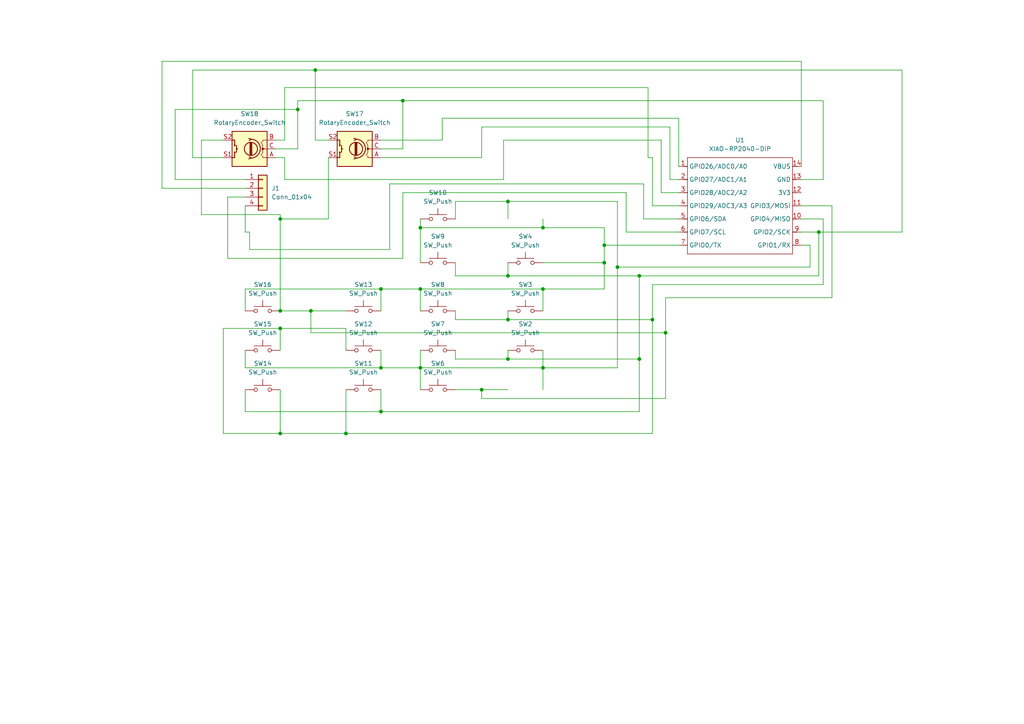
<source format=kicad_sch>
(kicad_sch (version 20250114) (generator "eeschema") (generator_version "9.0")
  (paper "A4")
  (lib_symbols
    (symbol "Connector_Generic:Conn_01x04" (pin_names (offset 1.016) (hide yes))
      (property "Reference" "J" (at 0 5.08 0))
      (property "Value" "Conn_01x04" (at 0 -7.62 0))
      (symbol "Conn_01x04_1_1"
        (rectangle (start -1.27 3.81) (end 1.27 -6.35) (stroke (width 0.254)) (fill (type background)))
        (rectangle (start -1.27 2.667) (end 0 2.413) (stroke (width 0.1524)))
        (rectangle (start -1.27 0.127) (end 0 -0.127) (stroke (width 0.1524)))
        (rectangle (start -1.27 -2.413) (end 0 -2.667) (stroke (width 0.1524)))
        (rectangle (start -1.27 -4.953) (end 0 -5.207) (stroke (width 0.1524)))
        (pin passive line (at -5.08 2.54 0) (length 3.81) (name "Pin_1") (number "1"))
        (pin passive line (at -5.08 0 0) (length 3.81) (name "Pin_2") (number "2"))
        (pin passive line (at -5.08 -2.54 0) (length 3.81) (name "Pin_3") (number "3"))
        (pin passive line (at -5.08 -5.08 0) (length 3.81) (name "Pin_4") (number "4"))
      )
    )
    (symbol "Device:RotaryEncoder_Switch" (pin_names (offset 0.254) (hide yes))
      (property "Reference" "SW" (at 0 6.604 0))
      (property "Value" "RotaryEncoder_Switch" (at 0 -6.604 0))
      (symbol "RotaryEncoder_Switch_0_1"
        (rectangle (start -5.08 5.08) (end 5.08 -5.08) (stroke (width 0.254)) (fill (type background)))
        (polyline (pts (xy -5.08 2.54) (xy -3.81 2.54) (xy -3.81 2.032)))
        (polyline (pts (xy -5.08 0) (xy -3.81 0) (xy -3.81 -1.016) (xy -3.302 -2.032)))
        (polyline (pts (xy -5.08 -2.54) (xy -3.81 -2.54) (xy -3.81 -2.032)))
        (polyline (pts (xy -4.318 0) (xy -3.81 0) (xy -3.81 1.016) (xy -3.302 2.032)))
        (circle (center -3.81 0) (radius 0.254) (fill (type outline)))
        (polyline (pts (xy -0.635 -1.778) (xy -0.635 1.778)) (stroke (width 0.254)))
        (circle (center -0.381 0) (radius 1.905) (stroke (width 0.254)))
        (polyline (pts (xy -0.381 -1.778) (xy -0.381 1.778)) (stroke (width 0.254)))
        (arc (start -0.381 -2.794) (mid -3.0988 -0.0635) (end -0.381 2.667) (stroke (width 0.254)))
        (polyline (pts (xy -0.127 1.778) (xy -0.127 -1.778)) (stroke (width 0.254)))
        (polyline (pts (xy 0.254 2.921) (xy -0.508 2.667) (xy 0.127 2.286)) (stroke (width 0.254)))
        (polyline (pts (xy 0.254 -3.048) (xy -0.508 -2.794) (xy 0.127 -2.413)) (stroke (width 0.254)))
        (polyline (pts (xy 3.81 1.016) (xy 3.81 -1.016)) (stroke (width 0.254)))
        (polyline (pts (xy 3.81 0) (xy 3.429 0)) (stroke (width 0.254)))
        (circle (center 4.318 1.016) (radius 0.127) (stroke (width 0.254)))
        (circle (center 4.318 -1.016) (radius 0.127) (stroke (width 0.254)))
        (polyline (pts (xy 5.08 2.54) (xy 4.318 2.54) (xy 4.318 1.016)) (stroke (width 0.254)))
        (polyline (pts (xy 5.08 -2.54) (xy 4.318 -2.54) (xy 4.318 -1.016)) (stroke (width 0.254)))
      )
      (symbol "RotaryEncoder_Switch_1_1"
        (pin passive line (at -7.62 2.54 0) (length 2.54) (name "A") (number "A"))
        (pin passive line (at -7.62 0 0) (length 2.54) (name "C") (number "C"))
        (pin passive line (at -7.62 -2.54 0) (length 2.54) (name "B") (number "B"))
        (pin passive line (at 7.62 2.54 180) (length 2.54) (name "S1") (number "S1"))
        (pin passive line (at 7.62 -2.54 180) (length 2.54) (name "S2") (number "S2"))
      )
    )
    (symbol "OPL:XIAO-RP2040-DIP"
      (property "Reference" "U" (at 0 0 0))
      (property "Value" "XIAO-RP2040-DIP" (at 5.334 -1.778 0))
      (symbol "XIAO-RP2040-DIP_1_0"
        (polyline (pts (xy -1.27 -2.54) (xy 29.21 -2.54)) (stroke (width 0.1524)))
        (polyline (pts (xy -1.27 -5.08) (xy -2.54 -5.08)) (stroke (width 0.1524)))
        (polyline (pts (xy -1.27 -5.08) (xy -1.27 -2.54)) (stroke (width 0.1524)))
        (polyline (pts (xy -1.27 -8.89) (xy -2.54 -8.89)) (stroke (width 0.1524)))
        (polyline (pts (xy -1.27 -8.89) (xy -1.27 -5.08)) (stroke (width 0.1524)))
        (polyline (pts (xy -1.27 -12.7) (xy -2.54 -12.7)) (stroke (width 0.1524)))
        (polyline (pts (xy -1.27 -12.7) (xy -1.27 -8.89)) (stroke (width 0.1524)))
        (polyline (pts (xy -1.27 -16.51) (xy -2.54 -16.51)) (stroke (width 0.1524)))
        (polyline (pts (xy -1.27 -16.51) (xy -1.27 -12.7)) (stroke (width 0.1524)))
        (polyline (pts (xy -1.27 -20.32) (xy -2.54 -20.32)) (stroke (width 0.1524)))
        (polyline (pts (xy -1.27 -24.13) (xy -2.54 -24.13)) (stroke (width 0.1524)))
        (polyline (pts (xy -1.27 -27.94) (xy -2.54 -27.94)) (stroke (width 0.1524)))
        (polyline (pts (xy -1.27 -30.48) (xy -1.27 -16.51)) (stroke (width 0.1524)))
        (polyline (pts (xy 29.21 -2.54) (xy 29.21 -5.08)) (stroke (width 0.1524)))
        (polyline (pts (xy 29.21 -5.08) (xy 29.21 -8.89)) (stroke (width 0.1524)))
        (polyline (pts (xy 29.21 -8.89) (xy 29.21 -12.7)) (stroke (width 0.1524)))
        (polyline (pts (xy 29.21 -12.7) (xy 29.21 -30.48)) (stroke (width 0.1524)))
        (polyline (pts (xy 29.21 -30.48) (xy -1.27 -30.48)) (stroke (width 0.1524)))
        (polyline (pts (xy 30.48 -5.08) (xy 29.21 -5.08)) (stroke (width 0.1524)))
        (polyline (pts (xy 30.48 -8.89) (xy 29.21 -8.89)) (stroke (width 0.1524)))
        (polyline (pts (xy 30.48 -12.7) (xy 29.21 -12.7)) (stroke (width 0.1524)))
        (polyline (pts (xy 30.48 -16.51) (xy 29.21 -16.51)) (stroke (width 0.1524)))
        (polyline (pts (xy 30.48 -20.32) (xy 29.21 -20.32)) (stroke (width 0.1524)))
        (polyline (pts (xy 30.48 -24.13) (xy 29.21 -24.13)) (stroke (width 0.1524)))
        (polyline (pts (xy 30.48 -27.94) (xy 29.21 -27.94)) (stroke (width 0.1524)))
        (pin passive line (at -3.81 -5.08 0) (length 2.54) (name "GPIO26/ADC0/A0") (number "1"))
        (pin passive line (at -3.81 -8.89 0) (length 2.54) (name "GPIO27/ADC1/A1") (number "2"))
        (pin passive line (at -3.81 -12.7 0) (length 2.54) (name "GPIO28/ADC2/A2") (number "3"))
        (pin passive line (at -3.81 -16.51 0) (length 2.54) (name "GPIO29/ADC3/A3") (number "4"))
        (pin passive line (at -3.81 -20.32 0) (length 2.54) (name "GPIO6/SDA") (number "5"))
        (pin passive line (at -3.81 -24.13 0) (length 2.54) (name "GPIO7/SCL") (number "6"))
        (pin passive line (at -3.81 -27.94 0) (length 2.54) (name "GPIO0/TX") (number "7"))
        (pin passive line (at 31.75 -5.08 180) (length 2.54) (name "VBUS") (number "14"))
        (pin passive line (at 31.75 -8.89 180) (length 2.54) (name "GND") (number "13"))
        (pin passive line (at 31.75 -12.7 180) (length 2.54) (name "3V3") (number "12"))
        (pin passive line (at 31.75 -16.51 180) (length 2.54) (name "GPIO3/MOSI") (number "11"))
        (pin passive line (at 31.75 -20.32 180) (length 2.54) (name "GPIO4/MISO") (number "10"))
        (pin passive line (at 31.75 -24.13 180) (length 2.54) (name "GPIO2/SCK") (number "9"))
        (pin passive line (at 31.75 -27.94 180) (length 2.54) (name "GPIO1/RX") (number "8"))
      )
    )
    (symbol "Switch:SW_Push" (pin_numbers (hide yes)) (pin_names (offset 1.016) (hide yes))
      (property "Reference" "SW" (at 1.27 2.54 0))
      (property "Value" "SW_Push" (at 0 -1.524 0))
      (symbol "SW_Push_0_1"
        (circle (center -2.032 0) (radius 0.508))
        (polyline (pts (xy 0 1.27) (xy 0 3.048)))
        (circle (center 2.032 0) (radius 0.508))
        (polyline (pts (xy 2.54 1.27) (xy -2.54 1.27)))
        (pin passive line (at -5.08 0 0) (length 2.54) (name "1") (number "1"))
        (pin passive line (at 5.08 0 180) (length 2.54) (name "2") (number "2"))
      )
    )
  )
  (junction (at 121.92 83.82))
  (junction (at 185.42 104.14))
  (junction (at 147.32 92.71))
  (junction (at 157.48 83.82))
  (junction (at 157.48 66.04))
  (junction (at 175.26 76.2))
  (junction (at 110.49 83.82))
  (junction (at 147.32 80.01))
  (junction (at 121.92 66.04))
  (junction (at 237.49 67.31))
  (junction (at 90.17 90.17))
  (junction (at 175.26 71.12))
  (junction (at 91.44 20.32))
  (junction (at 139.7 113.03))
  (junction (at 86.36 31.75))
  (junction (at 185.42 80.01))
  (junction (at 147.32 104.14))
  (junction (at 110.49 106.68))
  (junction (at 116.84 29.21))
  (junction (at 110.49 119.38))
  (junction (at 81.28 63.5))
  (junction (at 193.04 96.52))
  (junction (at 100.33 125.73))
  (junction (at 179.07 77.47))
  (junction (at 121.92 106.68))
  (junction (at 81.28 95.25))
  (junction (at 147.32 58.42))
  (junction (at 81.28 90.17))
  (junction (at 157.48 106.68))
  (junction (at 81.28 125.73))
  (junction (at 189.23 92.71))
  (wire (pts (xy 95.25 40.64) (xy 91.44 40.64)))
  (wire (pts (xy 66.04 74.93) (xy 116.84 74.93)))
  (wire (pts (xy 90.17 96.52) (xy 90.17 90.17)))
  (wire (pts (xy 86.36 31.75) (xy 86.36 43.18)))
  (wire (pts (xy 132.08 58.42) (xy 147.32 58.42)))
  (wire (pts (xy 110.49 45.72) (xy 139.7 45.72)))
  (wire (pts (xy 132.08 113.03) (xy 139.7 113.03)))
  (wire (pts (xy 139.7 45.72) (xy 139.7 36.83)))
  (wire (pts (xy 132.08 63.5) (xy 132.08 58.42)))
  (wire (pts (xy 185.42 80.01) (xy 237.49 80.01)))
  (wire (pts (xy 186.69 63.5) (xy 196.85 63.5)))
  (wire (pts (xy 147.32 58.42) (xy 147.32 63.5)))
  (wire (pts (xy 157.48 76.2) (xy 175.26 76.2)))
  (wire (pts (xy 157.48 83.82) (xy 157.48 90.17)))
  (wire (pts (xy 64.77 45.72) (xy 55.88 45.72)))
  (wire (pts (xy 132.08 104.14) (xy 147.32 104.14)))
  (wire (pts (xy 81.28 95.25) (xy 64.77 95.25)))
  (wire (pts (xy 71.12 113.03) (xy 71.12 119.38)))
  (wire (pts (xy 71.12 83.82) (xy 110.49 83.82)))
  (wire (pts (xy 132.08 80.01) (xy 147.32 80.01)))
  (wire (pts (xy 50.8 31.75) (xy 86.36 31.75)))
  (wire (pts (xy 241.3 59.69) (xy 241.3 86.36)))
  (wire (pts (xy 191.77 40.64) (xy 146.05 40.64)))
  (wire (pts (xy 81.28 125.73) (xy 100.33 125.73)))
  (wire (pts (xy 113.03 72.39) (xy 113.03 53.34)))
  (wire (pts (xy 147.32 104.14) (xy 185.42 104.14)))
  (wire (pts (xy 71.12 67.31) (xy 72.39 67.31)))
  (wire (pts (xy 66.04 57.15) (xy 71.12 57.15)))
  (wire (pts (xy 147.32 101.6) (xy 147.32 104.14)))
  (wire (pts (xy 71.12 83.82) (xy 71.12 90.17)))
  (wire (pts (xy 187.96 45.72) (xy 189.23 45.72)))
  (wire (pts (xy 232.41 71.12) (xy 234.95 71.12)))
  (wire (pts (xy 110.49 119.38) (xy 110.49 113.03)))
  (wire (pts (xy 132.08 92.71) (xy 132.08 90.17)))
  (wire (pts (xy 80.01 43.18) (xy 86.36 43.18)))
  (wire (pts (xy 175.26 71.12) (xy 175.26 66.04)))
  (wire (pts (xy 189.23 92.71) (xy 147.32 92.71)))
  (wire (pts (xy 179.07 106.68) (xy 157.48 106.68)))
  (wire (pts (xy 100.33 95.25) (xy 81.28 95.25)))
  (wire (pts (xy 46.99 17.78) (xy 232.41 17.78)))
  (wire (pts (xy 189.23 59.69) (xy 196.85 59.69)))
  (wire (pts (xy 179.07 58.42) (xy 179.07 77.47)))
  (wire (pts (xy 181.61 67.31) (xy 196.85 67.31)))
  (wire (pts (xy 121.92 76.2) (xy 121.92 66.04)))
  (wire (pts (xy 179.07 77.47) (xy 234.95 77.47)))
  (wire (pts (xy 82.55 52.07) (xy 82.55 45.72)))
  (wire (pts (xy 116.84 74.93) (xy 116.84 55.88)))
  (wire (pts (xy 121.92 106.68) (xy 110.49 106.68)))
  (wire (pts (xy 121.92 106.68) (xy 121.92 113.03)))
  (wire (pts (xy 139.7 36.83) (xy 194.31 36.83)))
  (wire (pts (xy 50.8 52.07) (xy 50.8 31.75)))
  (wire (pts (xy 147.32 76.2) (xy 147.32 80.01)))
  (wire (pts (xy 238.76 63.5) (xy 238.76 82.55)))
  (wire (pts (xy 113.03 53.34) (xy 186.69 53.34)))
  (wire (pts (xy 132.08 101.6) (xy 132.08 104.14)))
  (wire (pts (xy 116.84 55.88) (xy 181.61 55.88)))
  (wire (pts (xy 189.23 125.73) (xy 189.23 92.71)))
  (wire (pts (xy 71.12 54.61) (xy 46.99 54.61)))
  (wire (pts (xy 121.92 66.04) (xy 157.48 66.04)))
  (wire (pts (xy 193.04 86.36) (xy 193.04 96.52)))
  (wire (pts (xy 193.04 115.57) (xy 193.04 96.52)))
  (wire (pts (xy 147.32 80.01) (xy 185.42 80.01)))
  (wire (pts (xy 181.61 55.88) (xy 181.61 67.31)))
  (wire (pts (xy 95.25 63.5) (xy 81.28 63.5)))
  (wire (pts (xy 64.77 125.73) (xy 81.28 125.73)))
  (wire (pts (xy 86.36 29.21) (xy 86.36 31.75)))
  (wire (pts (xy 237.49 67.31) (xy 237.49 80.01)))
  (wire (pts (xy 187.96 25.4) (xy 187.96 45.72)))
  (wire (pts (xy 238.76 82.55) (xy 189.23 82.55)))
  (wire (pts (xy 234.95 77.47) (xy 234.95 71.12)))
  (wire (pts (xy 121.92 101.6) (xy 121.92 106.68)))
  (wire (pts (xy 72.39 67.31) (xy 72.39 72.39)))
  (wire (pts (xy 66.04 57.15) (xy 66.04 74.93)))
  (wire (pts (xy 100.33 101.6) (xy 100.33 95.25)))
  (wire (pts (xy 238.76 29.21) (xy 238.76 52.07)))
  (wire (pts (xy 110.49 90.17) (xy 110.49 83.82)))
  (wire (pts (xy 179.07 77.47) (xy 179.07 106.68)))
  (wire (pts (xy 157.48 83.82) (xy 175.26 83.82)))
  (wire (pts (xy 72.39 72.39) (xy 113.03 72.39)))
  (wire (pts (xy 116.84 29.21) (xy 86.36 29.21)))
  (wire (pts (xy 71.12 119.38) (xy 110.49 119.38)))
  (wire (pts (xy 139.7 113.03) (xy 147.32 113.03)))
  (wire (pts (xy 64.77 40.64) (xy 58.42 40.64)))
  (wire (pts (xy 232.41 67.31) (xy 237.49 67.31)))
  (wire (pts (xy 71.12 59.69) (xy 71.12 67.31)))
  (wire (pts (xy 82.55 40.64) (xy 82.55 25.4)))
  (wire (pts (xy 110.49 119.38) (xy 185.42 119.38)))
  (wire (pts (xy 241.3 86.36) (xy 193.04 86.36)))
  (wire (pts (xy 194.31 36.83) (xy 194.31 52.07)))
  (wire (pts (xy 132.08 80.01) (xy 132.08 76.2)))
  (wire (pts (xy 175.26 71.12) (xy 175.26 76.2)))
  (wire (pts (xy 121.92 83.82) (xy 121.92 90.17)))
  (wire (pts (xy 82.55 25.4) (xy 187.96 25.4)))
  (wire (pts (xy 128.27 34.29) (xy 196.85 34.29)))
  (wire (pts (xy 232.41 52.07) (xy 238.76 52.07)))
  (wire (pts (xy 81.28 95.25) (xy 81.28 101.6)))
  (wire (pts (xy 147.32 58.42) (xy 179.07 58.42)))
  (wire (pts (xy 261.62 20.32) (xy 261.62 67.31)))
  (wire (pts (xy 64.77 95.25) (xy 64.77 125.73)))
  (wire (pts (xy 193.04 96.52) (xy 90.17 96.52)))
  (wire (pts (xy 185.42 119.38) (xy 185.42 104.14)))
  (wire (pts (xy 100.33 125.73) (xy 189.23 125.73)))
  (wire (pts (xy 91.44 20.32) (xy 261.62 20.32)))
  (wire (pts (xy 191.77 55.88) (xy 196.85 55.88)))
  (wire (pts (xy 80.01 45.72) (xy 82.55 45.72)))
  (wire (pts (xy 185.42 104.14) (xy 185.42 80.01)))
  (wire (pts (xy 71.12 52.07) (xy 50.8 52.07)))
  (wire (pts (xy 110.49 101.6) (xy 110.49 106.68)))
  (wire (pts (xy 58.42 62.23) (xy 81.28 62.23)))
  (wire (pts (xy 238.76 29.21) (xy 116.84 29.21)))
  (wire (pts (xy 90.17 90.17) (xy 100.33 90.17)))
  (wire (pts (xy 146.05 40.64) (xy 146.05 52.07)))
  (wire (pts (xy 46.99 54.61) (xy 46.99 17.78)))
  (wire (pts (xy 196.85 71.12) (xy 175.26 71.12)))
  (wire (pts (xy 116.84 29.21) (xy 116.84 43.18)))
  (wire (pts (xy 232.41 59.69) (xy 241.3 59.69)))
  (wire (pts (xy 261.62 67.31) (xy 237.49 67.31)))
  (wire (pts (xy 232.41 17.78) (xy 232.41 48.26)))
  (wire (pts (xy 139.7 113.03) (xy 139.7 115.57)))
  (wire (pts (xy 100.33 113.03) (xy 100.33 125.73)))
  (wire (pts (xy 189.23 45.72) (xy 189.23 59.69)))
  (wire (pts (xy 80.01 40.64) (xy 82.55 40.64)))
  (wire (pts (xy 175.26 76.2) (xy 175.26 83.82)))
  (wire (pts (xy 128.27 40.64) (xy 128.27 34.29)))
  (wire (pts (xy 110.49 106.68) (xy 71.12 106.68)))
  (wire (pts (xy 147.32 90.17) (xy 147.32 92.71)))
  (wire (pts (xy 157.48 106.68) (xy 157.48 113.03)))
  (wire (pts (xy 186.69 53.34) (xy 186.69 63.5)))
  (wire (pts (xy 194.31 52.07) (xy 196.85 52.07)))
  (wire (pts (xy 71.12 106.68) (xy 71.12 101.6)))
  (wire (pts (xy 95.25 45.72) (xy 95.25 63.5)))
  (wire (pts (xy 110.49 43.18) (xy 116.84 43.18)))
  (wire (pts (xy 58.42 40.64) (xy 58.42 62.23)))
  (wire (pts (xy 157.48 63.5) (xy 157.48 66.04)))
  (wire (pts (xy 139.7 115.57) (xy 193.04 115.57)))
  (wire (pts (xy 81.28 113.03) (xy 81.28 125.73)))
  (wire (pts (xy 110.49 40.64) (xy 128.27 40.64)))
  (wire (pts (xy 146.05 52.07) (xy 82.55 52.07)))
  (wire (pts (xy 55.88 45.72) (xy 55.88 20.32)))
  (wire (pts (xy 147.32 92.71) (xy 132.08 92.71)))
  (wire (pts (xy 81.28 63.5) (xy 81.28 90.17)))
  (wire (pts (xy 189.23 82.55) (xy 189.23 92.71)))
  (wire (pts (xy 157.48 106.68) (xy 121.92 106.68)))
  (wire (pts (xy 121.92 63.5) (xy 121.92 66.04)))
  (wire (pts (xy 232.41 63.5) (xy 238.76 63.5)))
  (wire (pts (xy 81.28 62.23) (xy 81.28 63.5)))
  (wire (pts (xy 55.88 20.32) (xy 91.44 20.32)))
  (wire (pts (xy 110.49 83.82) (xy 121.92 83.82)))
  (wire (pts (xy 196.85 34.29) (xy 196.85 48.26)))
  (wire (pts (xy 121.92 83.82) (xy 157.48 83.82)))
  (wire (pts (xy 91.44 40.64) (xy 91.44 20.32)))
  (wire (pts (xy 157.48 101.6) (xy 157.48 106.68)))
  (wire (pts (xy 157.48 66.04) (xy 175.26 66.04)))
  (wire (pts (xy 191.77 40.64) (xy 191.77 55.88)))
  (wire (pts (xy 81.28 90.17) (xy 90.17 90.17)))
  (symbol (lib_id "Switch:SW_Push") (at 127 90.17 0) (unit 1)
    (property "Reference" "SW8" (at 127 82.55 0))
    (property "Value" "SW_Push" (at 127 85.09 0))
    (property "Footprint" "Button_Switch_Keyboard:SW_Cherry_MX_1.00u_PCB" (effects (hide yes)))
    (property "Description" "Push button switch, generic, two pins" (effects (hide yes)))
  )
  (symbol (lib_id "Switch:SW_Push") (at 105.41 90.17 0) (unit 1)
    (property "Reference" "SW13" (at 105.41 82.55 0))
    (property "Value" "SW_Push" (at 105.41 85.09 0))
    (property "Footprint" "Button_Switch_Keyboard:SW_Cherry_MX_1.00u_PCB" (effects (hide yes)))
    (property "Description" "Push button switch, generic, two pins" (effects (hide yes)))
  )
  (symbol (lib_id "Device:RotaryEncoder_Switch") (at 72.39 43.18 180) (unit 1)
    (property "Reference" "SW18" (at 72.39 33.02 0))
    (property "Value" "RotaryEncoder_Switch" (at 72.39 35.56 0))
    (property "Footprint" "Rotary_Encoder:RotaryEncoder_Alps_EC11E-Switch_Vertical_H20mm" (effects (hide yes)))
    (property "Description" "Rotary encoder, dual channel, incremental quadrate outputs, with switch" (effects (hide yes)))
  )
  (symbol (lib_id "Switch:SW_Push") (at 127 101.6 0) (unit 1)
    (property "Reference" "SW7" (at 127 93.98 0))
    (property "Value" "SW_Push" (at 127 96.52 0))
    (property "Footprint" "Button_Switch_Keyboard:SW_Cherry_MX_1.00u_PCB" (effects (hide yes)))
    (property "Description" "Push button switch, generic, two pins" (effects (hide yes)))
  )
  (symbol (lib_id "Switch:SW_Push") (at 152.4 76.2 0) (unit 1)
    (property "Reference" "SW4" (at 152.4 68.58 0))
    (property "Value" "SW_Push" (at 152.4 71.12 0))
    (property "Footprint" "Button_Switch_Keyboard:SW_Cherry_MX_1.00u_PCB" (effects (hide yes)))
    (property "Description" "Push button switch, generic, two pins" (effects (hide yes)))
  )
  (symbol (lib_id "Switch:SW_Push") (at 76.2 113.03 0) (unit 1)
    (property "Reference" "SW14" (at 76.2 105.41 0))
    (property "Value" "SW_Push" (at 76.2 107.95 0))
    (property "Footprint" "Button_Switch_Keyboard:SW_Cherry_MX_1.00u_PCB" (effects (hide yes)))
    (property "Description" "Push button switch, generic, two pins" (effects (hide yes)))
  )
  (symbol (lib_id "Switch:SW_Push") (at 127 113.03 0) (unit 1)
    (property "Reference" "SW6" (at 127 105.41 0))
    (property "Value" "SW_Push" (at 127 107.95 0))
    (property "Footprint" "Button_Switch_Keyboard:SW_Cherry_MX_1.00u_PCB" (effects (hide yes)))
    (property "Description" "Push button switch, generic, two pins" (effects (hide yes)))
  )
  (symbol (lib_id "Switch:SW_Push") (at 152.4 101.6 0) (unit 1)
    (property "Reference" "SW2" (at 152.4 93.98 0))
    (property "Value" "SW_Push" (at 152.4 96.52 0))
    (property "Footprint" "Button_Switch_Keyboard:SW_Cherry_MX_1.00u_PCB" (effects (hide yes)))
    (property "Description" "Push button switch, generic, two pins" (effects (hide yes)))
  )
  (symbol (lib_id "OPL:XIAO-RP2040-DIP") (at 200.66 43.18 0) (unit 1)
    (property "Reference" "U1" (at 214.63 40.64 0))
    (property "Value" "XIAO-RP2040-DIP" (at 214.63 43.18 0))
    (property "Footprint" "OPL:XIAO-RP2040-DIP" (effects (hide yes)))
  )
  (symbol (lib_id "Connector_Generic:Conn_01x04") (at 76.2 54.61 0) (unit 1)
    (property "Reference" "J1" (at 78.74 54.6099 0) (effects (justify left)))
    (property "Value" "Conn_01x04" (at 78.74 57.1499 0) (effects (justify left)))
    (property "Footprint" "Connector_PinHeader_2.54mm:PinHeader_1x04_P2.54mm_Vertical" (effects (hide yes)))
    (property "Description" "Generic connector, single row, 01x04, script generated (kicad-library-utils/schlib/autogen/connector/)" (effects (hide yes)))
  )
  (symbol (lib_id "Switch:SW_Push") (at 105.41 113.03 0) (unit 1)
    (property "Reference" "SW11" (at 105.41 105.41 0))
    (property "Value" "SW_Push" (at 105.41 107.95 0))
    (property "Footprint" "Button_Switch_Keyboard:SW_Cherry_MX_1.00u_PCB" (effects (hide yes)))
    (property "Description" "Push button switch, generic, two pins" (effects (hide yes)))
  )
  (symbol (lib_id "Switch:SW_Push") (at 76.2 90.17 0) (unit 1)
    (property "Reference" "SW16" (at 76.2 82.55 0))
    (property "Value" "SW_Push" (at 76.2 85.09 0))
    (property "Footprint" "Button_Switch_Keyboard:SW_Cherry_MX_1.00u_PCB" (effects (hide yes)))
    (property "Description" "Push button switch, generic, two pins" (effects (hide yes)))
  )
  (symbol (lib_id "Switch:SW_Push") (at 127 76.2 0) (unit 1)
    (property "Reference" "SW9" (at 127 68.58 0))
    (property "Value" "SW_Push" (at 127 71.12 0))
    (property "Footprint" "Button_Switch_Keyboard:SW_Cherry_MX_1.00u_PCB" (effects (hide yes)))
    (property "Description" "Push button switch, generic, two pins" (effects (hide yes)))
  )
  (symbol (lib_id "Switch:SW_Push") (at 76.2 101.6 0) (unit 1)
    (property "Reference" "SW15" (at 76.2 93.98 0))
    (property "Value" "SW_Push" (at 76.2 96.52 0))
    (property "Footprint" "Button_Switch_Keyboard:SW_Cherry_MX_1.00u_PCB" (effects (hide yes)))
    (property "Description" "Push button switch, generic, two pins" (effects (hide yes)))
  )
  (symbol (lib_id "Switch:SW_Push") (at 105.41 101.6 0) (unit 1)
    (property "Reference" "SW12" (at 105.41 93.98 0))
    (property "Value" "SW_Push" (at 105.41 96.52 0))
    (property "Footprint" "Button_Switch_Keyboard:SW_Cherry_MX_1.00u_PCB" (effects (hide yes)))
    (property "Description" "Push button switch, generic, two pins" (effects (hide yes)))
  )
  (symbol (lib_id "Device:RotaryEncoder_Switch") (at 102.87 43.18 180) (unit 1)
    (property "Reference" "SW17" (at 102.87 33.02 0))
    (property "Value" "RotaryEncoder_Switch" (at 102.87 35.56 0))
    (property "Footprint" "Rotary_Encoder:RotaryEncoder_Alps_EC11E-Switch_Vertical_H20mm" (effects (hide yes)))
    (property "Description" "Rotary encoder, dual channel, incremental quadrate outputs, with switch" (effects (hide yes)))
  )
  (symbol (lib_id "Switch:SW_Push") (at 152.4 90.17 0) (unit 1)
    (property "Reference" "SW3" (at 152.4 82.55 0))
    (property "Value" "SW_Push" (at 152.4 85.09 0))
    (property "Footprint" "Button_Switch_Keyboard:SW_Cherry_MX_1.00u_PCB" (effects (hide yes)))
    (property "Description" "Push button switch, generic, two pins" (effects (hide yes)))
  )
  (symbol (lib_id "Switch:SW_Push") (at 127 63.5 0) (unit 1)
    (property "Reference" "SW10" (at 127 55.88 0))
    (property "Value" "SW_Push" (at 127 58.42 0))
    (property "Footprint" "Button_Switch_Keyboard:SW_Cherry_MX_1.00u_PCB" (effects (hide yes)))
    (property "Description" "Push button switch, generic, two pins" (effects (hide yes)))
  )
)
</source>
